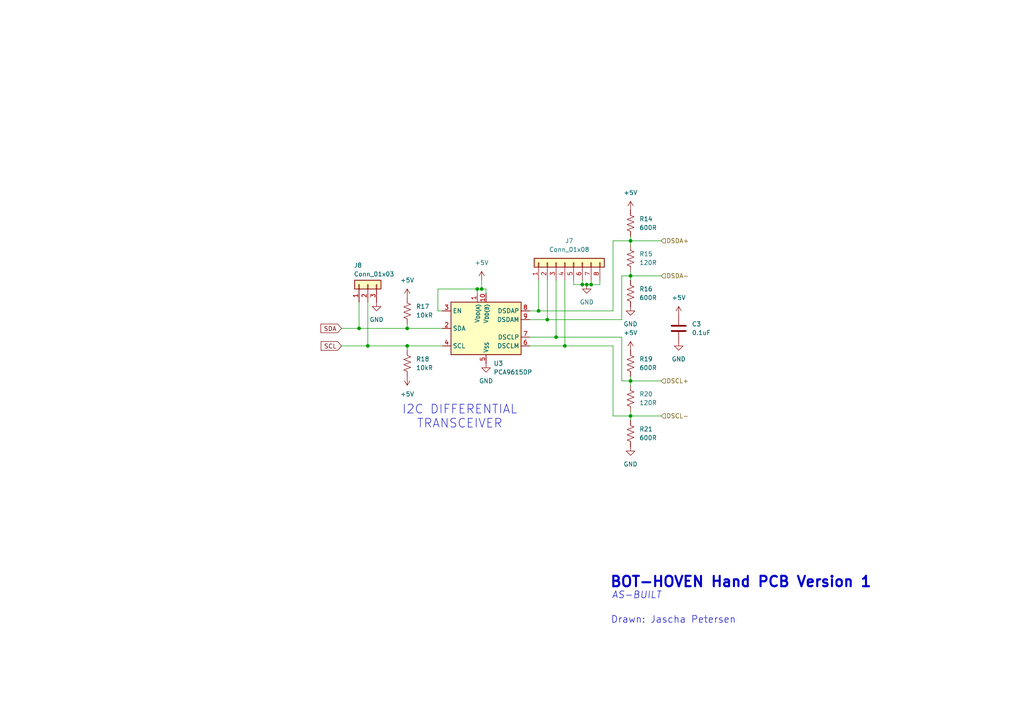
<source format=kicad_sch>
(kicad_sch (version 20231120) (generator "eeschema") (generator_version "8.0")
  (paper "A4")
  (title_block (title "Hand PCB Differential I2C"))
  (lib_symbols
    (symbol "Connector_Generic:Conn_01x03" (pin_names (offset 1.016) hide)
      (property "Reference" "J" (at 0 5.08 0))
      (property "Value" "Conn_01x03" (at 0 -5.08 0))
      (symbol "Conn_01x03_1_1"
        (rectangle (start -1.27 -2.413) (end 0 -2.667) (stroke (width 0.1524)))
        (rectangle (start -1.27 0.127) (end 0 -0.127) (stroke (width 0.1524)))
        (rectangle (start -1.27 2.667) (end 0 2.413) (stroke (width 0.1524)))
        (rectangle (start -1.27 3.81) (end 1.27 -3.81) (stroke (width 0.254)) (fill (type background)))
        (pin passive line (at -5.08 2.54 0) (length 3.81) (name "Pin_1") (number "1"))
        (pin passive line (at -5.08 0 0) (length 3.81) (name "Pin_2") (number "2"))
        (pin passive line (at -5.08 -2.54 0) (length 3.81) (name "Pin_3") (number "3"))
      )
    )
    (symbol "Connector_Generic:Conn_01x08" (pin_names (offset 1.016) hide)
      (property "Reference" "J" (at 0 10.16 0))
      (property "Value" "Conn_01x08" (at 0 -12.7 0))
      (symbol "Conn_01x08_1_1"
        (rectangle (start -1.27 -10.033) (end 0 -10.287) (stroke (width 0.1524)))
        (rectangle (start -1.27 -7.493) (end 0 -7.747) (stroke (width 0.1524)))
        (rectangle (start -1.27 -4.953) (end 0 -5.207) (stroke (width 0.1524)))
        (rectangle (start -1.27 -2.413) (end 0 -2.667) (stroke (width 0.1524)))
        (rectangle (start -1.27 0.127) (end 0 -0.127) (stroke (width 0.1524)))
        (rectangle (start -1.27 2.667) (end 0 2.413) (stroke (width 0.1524)))
        (rectangle (start -1.27 5.207) (end 0 4.953) (stroke (width 0.1524)))
        (rectangle (start -1.27 7.747) (end 0 7.493) (stroke (width 0.1524)))
        (rectangle (start -1.27 8.89) (end 1.27 -11.43) (stroke (width 0.254)) (fill (type background)))
        (pin passive line (at -5.08 7.62 0) (length 3.81) (name "Pin_1") (number "1"))
        (pin passive line (at -5.08 5.08 0) (length 3.81) (name "Pin_2") (number "2"))
        (pin passive line (at -5.08 2.54 0) (length 3.81) (name "Pin_3") (number "3"))
        (pin passive line (at -5.08 0 0) (length 3.81) (name "Pin_4") (number "4"))
        (pin passive line (at -5.08 -2.54 0) (length 3.81) (name "Pin_5") (number "5"))
        (pin passive line (at -5.08 -5.08 0) (length 3.81) (name "Pin_6") (number "6"))
        (pin passive line (at -5.08 -7.62 0) (length 3.81) (name "Pin_7") (number "7"))
        (pin passive line (at -5.08 -10.16 0) (length 3.81) (name "Pin_8") (number "8"))
      )
    )
    (symbol "Device:C" (pin_numbers hide) (pin_names (offset 0.254))
      (property "Reference" "C" (at 0.635 2.54 0))
      (property "Value" "C" (at 0.635 -2.54 0))
      (symbol "C_0_1"
        (polyline (pts (xy -2.032 -0.762) (xy 2.032 -0.762)) (stroke (width 0.508)))
        (polyline (pts (xy -2.032 0.762) (xy 2.032 0.762)) (stroke (width 0.508)))
      )
      (symbol "C_1_1"
        (pin passive line (at 0 3.81 270) (length 2.794) (name "~") (number "1"))
        (pin passive line (at 0 -3.81 90) (length 2.794) (name "~") (number "2"))
      )
    )
    (symbol "Device:R_US" (pin_numbers hide) (pin_names (offset 0))
      (property "Reference" "R" (at 2.54 0 90))
      (property "Value" "R_US" (at -2.54 0 90))
      (symbol "R_US_0_1"
        (polyline (pts (xy 0 -2.286) (xy 0 -2.54)))
        (polyline (pts (xy 0 2.286) (xy 0 2.54)))
        (polyline (pts (xy 0 -0.762) (xy 1.016 -1.143) (xy 0 -1.524) (xy -1.016 -1.905) (xy 0 -2.286)))
        (polyline (pts (xy 0 0.762) (xy 1.016 0.381) (xy 0 0) (xy -1.016 -0.381) (xy 0 -0.762)))
        (polyline (pts (xy 0 2.286) (xy 1.016 1.905) (xy 0 1.524) (xy -1.016 1.143) (xy 0 0.762)))
      )
      (symbol "R_US_1_1"
        (pin passive line (at 0 3.81 270) (length 1.27) (name "~") (number "1"))
        (pin passive line (at 0 -3.81 90) (length 1.27) (name "~") (number "2"))
      )
    )
    (symbol "Interface:PCA9615DP"
      (property "Reference" "U" (at -10.16 8.89 0))
      (property "Value" "PCA9615DP" (at 1.27 8.89 0))
      (symbol "PCA9615DP_0_1"
        (rectangle (start -10.16 7.62) (end 10.16 -7.62) (stroke (width 0.254)) (fill (type background)))
      )
      (symbol "PCA9615DP_1_1"
        (pin power_in line (at -2.54 10.16 270) (length 2.54) (name "V_{DD(A)}") (number "1"))
        (pin power_in line (at 0 10.16 270) (length 2.54) (name "V_{DD(B)}") (number "10"))
        (pin bidirectional line (at -12.7 0 0) (length 2.54) (name "SDA") (number "2"))
        (pin input line (at -12.7 5.08 0) (length 2.54) (name "EN") (number "3"))
        (pin bidirectional line (at -12.7 -5.08 0) (length 2.54) (name "SCL") (number "4"))
        (pin power_in line (at 0 -10.16 90) (length 2.54) (name "V_{SS}") (number "5"))
        (pin bidirectional line (at 12.7 -5.08 180) (length 2.54) (name "DSCLM") (number "6"))
        (pin bidirectional line (at 12.7 -2.54 180) (length 2.54) (name "DSCLP") (number "7"))
        (pin bidirectional line (at 12.7 5.08 180) (length 2.54) (name "DSDAP") (number "8"))
        (pin bidirectional line (at 12.7 2.54 180) (length 2.54) (name "DSDAM") (number "9"))
      )
    )
    (symbol "power:+5V" (power) (pin_numbers hide) (pin_names (offset 0) hide)
      (property "Value" "+5V" (at 0 3.556 0))
      (symbol "+5V_0_1"
        (polyline (pts (xy -0.762 1.27) (xy 0 2.54)))
        (polyline (pts (xy 0 0) (xy 0 2.54)))
        (polyline (pts (xy 0 2.54) (xy 0.762 1.27)))
      )
      (symbol "+5V_1_1"
        (pin power_in line (at 0 0 90) (length 0) (name "~") (number "1"))
      )
    )
    (symbol "power:GND" (power) (pin_numbers hide) (pin_names (offset 0) hide)
      (property "Value" "GND" (at 0 -3.81 0))
      (symbol "GND_0_1"
        (polyline (pts (xy 0 0) (xy 0 -1.27) (xy 1.27 -1.27) (xy 0 -2.54) (xy -1.27 -1.27) (xy 0 -1.27)))
      )
      (symbol "GND_1_1"
        (pin power_in line (at 0 0 270) (length 0) (name "~") (number "1"))
      )
    )
  )
  (junction (at 139.7 83.82))
  (junction (at 106.68 100.33))
  (junction (at 156.21 90.17))
  (junction (at 118.11 100.33))
  (junction (at 104.14 95.25))
  (junction (at 170.18 82.55))
  (junction (at 182.88 69.85))
  (junction (at 171.45 82.55))
  (junction (at 163.83 100.33))
  (junction (at 118.11 95.25))
  (junction (at 161.29 97.79))
  (junction (at 182.88 80.01))
  (junction (at 182.88 110.49))
  (junction (at 182.88 120.65))
  (junction (at 158.75 92.71))
  (junction (at 168.91 82.55))
  (junction (at 138.43 83.82))
  (wire (pts (xy 138.43 83.82) (xy 138.43 85.09)))
  (wire (pts (xy 168.91 82.55) (xy 166.37 82.55)))
  (wire (pts (xy 191.77 120.65) (xy 182.88 120.65)))
  (wire (pts (xy 182.88 110.49) (xy 182.88 111.76)))
  (wire (pts (xy 161.29 97.79) (xy 180.34 97.79)))
  (wire (pts (xy 177.8 100.33) (xy 177.8 120.65)))
  (wire (pts (xy 153.67 97.79) (xy 161.29 97.79)))
  (wire (pts (xy 177.8 90.17) (xy 156.21 90.17)))
  (wire (pts (xy 104.14 95.25) (xy 118.11 95.25)))
  (wire (pts (xy 138.43 83.82) (xy 127 83.82)))
  (wire (pts (xy 191.77 110.49) (xy 182.88 110.49)))
  (wire (pts (xy 191.77 80.01) (xy 182.88 80.01)))
  (wire (pts (xy 118.11 100.33) (xy 118.11 101.6)))
  (wire (pts (xy 158.75 92.71) (xy 180.34 92.71)))
  (wire (pts (xy 177.8 69.85) (xy 182.88 69.85)))
  (wire (pts (xy 106.68 87.63) (xy 106.68 100.33)))
  (wire (pts (xy 177.8 69.85) (xy 177.8 90.17)))
  (wire (pts (xy 177.8 120.65) (xy 182.88 120.65)))
  (wire (pts (xy 99.06 95.25) (xy 104.14 95.25)))
  (wire (pts (xy 182.88 80.01) (xy 182.88 81.28)))
  (wire (pts (xy 171.45 82.55) (xy 171.45 81.28)))
  (wire (pts (xy 153.67 100.33) (xy 163.83 100.33)))
  (wire (pts (xy 163.83 81.28) (xy 163.83 100.33)))
  (wire (pts (xy 182.88 80.01) (xy 180.34 80.01)))
  (wire (pts (xy 139.7 81.28) (xy 139.7 83.82)))
  (wire (pts (xy 168.91 82.55) (xy 168.91 81.28)))
  (wire (pts (xy 182.88 110.49) (xy 180.34 110.49)))
  (wire (pts (xy 118.11 100.33) (xy 128.27 100.33)))
  (wire (pts (xy 104.14 87.63) (xy 104.14 95.25)))
  (wire (pts (xy 191.77 69.85) (xy 182.88 69.85)))
  (wire (pts (xy 156.21 90.17) (xy 153.67 90.17)))
  (wire (pts (xy 170.18 82.55) (xy 168.91 82.55)))
  (wire (pts (xy 182.88 68.58) (xy 182.88 69.85)))
  (wire (pts (xy 182.88 109.22) (xy 182.88 110.49)))
  (wire (pts (xy 156.21 81.28) (xy 156.21 90.17)))
  (wire (pts (xy 163.83 100.33) (xy 177.8 100.33)))
  (wire (pts (xy 182.88 69.85) (xy 182.88 71.12)))
  (wire (pts (xy 127 83.82) (xy 127 90.17)))
  (wire (pts (xy 139.7 83.82) (xy 138.43 83.82)))
  (wire (pts (xy 106.68 100.33) (xy 118.11 100.33)))
  (wire (pts (xy 153.67 92.71) (xy 158.75 92.71)))
  (wire (pts (xy 180.34 97.79) (xy 180.34 110.49)))
  (wire (pts (xy 127 90.17) (xy 128.27 90.17)))
  (wire (pts (xy 170.18 82.55) (xy 171.45 82.55)))
  (wire (pts (xy 99.06 100.33) (xy 106.68 100.33)))
  (wire (pts (xy 182.88 119.38) (xy 182.88 120.65)))
  (wire (pts (xy 171.45 82.55) (xy 173.99 82.55)))
  (wire (pts (xy 180.34 92.71) (xy 180.34 80.01)))
  (wire (pts (xy 140.97 83.82) (xy 140.97 85.09)))
  (wire (pts (xy 118.11 93.98) (xy 118.11 95.25)))
  (wire (pts (xy 118.11 95.25) (xy 128.27 95.25)))
  (wire (pts (xy 161.29 81.28) (xy 161.29 97.79)))
  (wire (pts (xy 182.88 78.74) (xy 182.88 80.01)))
  (wire (pts (xy 182.88 120.65) (xy 182.88 121.92)))
  (wire (pts (xy 166.37 81.28) (xy 166.37 82.55)))
  (wire (pts (xy 158.75 81.28) (xy 158.75 92.71)))
  (wire (pts (xy 173.99 82.55) (xy 173.99 81.28)))
  (wire (pts (xy 139.7 83.82) (xy 140.97 83.82)))
  (text "AS-BUILT" (at 184.658 172.72 0) (effects (font (size 2 2) (italic yes))))
  (text "Drawn: Jascha Petersen" (at 195.326 179.832 0) (effects (font (size 2 2))))
  (text "BOT-HOVEN Hand PCB Version 1" (at 214.884 168.91 0) (effects (font (size 3 3) (thickness 0.6) (bold yes))))
  (text "I2C DIFFERENTIAL\nTRANSCEIVER\n" (at 133.35 120.904 0) (effects (font (size 2.54 2.54))))
  (global_label "SCL" (shape input) (at 99.06 100.33 180) (property "Intersheetrefs" "${INTERSHEET_REFS}" (effects (hide yes))))
  (global_label "SDA" (shape input) (at 99.06 95.25 180) (property "Intersheetrefs" "${INTERSHEET_REFS}" (effects (hide yes))))
  (hierarchical_label "DSCL-" (shape input) (at 191.77 120.65 0))
  (hierarchical_label "DSDA+" (shape input) (at 191.77 69.85 0))
  (hierarchical_label "DSDA-" (shape input) (at 191.77 80.01 0))
  (hierarchical_label "DSCL+" (shape input) (at 191.77 110.49 0))
  (symbol (lib_id "Device:R_US") (at 118.11 90.17 0) (unit 1)
    (property "Reference" "R17" (at 120.65 88.8999 0) (effects (justify left)))
    (property "Value" "10kR" (at 120.65 91.4399 0) (effects (justify left)))
    (property "Footprint" "Resistor_THT:R_Axial_DIN0207_L6.3mm_D2.5mm_P10.16mm_Horizontal" (effects (hide yes)))
    (property "Description" "Resistor, US symbol" (effects (hide yes)))
  )
  (symbol (lib_id "power:GND") (at 182.88 88.9 0) (unit 1)
    (property "Reference" "#PWR052" (effects (hide yes)))
    (property "Value" "GND" (at 182.88 93.98 0))
    (property "Description" "Power symbol creates a global label with name \"GND\" , ground" (effects (hide yes)))
  )
  (symbol (lib_id "power:GND") (at 140.97 105.41 0) (unit 1)
    (property "Reference" "#PWR056" (effects (hide yes)))
    (property "Value" "GND" (at 140.97 110.49 0))
    (property "Description" "Power symbol creates a global label with name \"GND\" , ground" (effects (hide yes)))
  )
  (symbol (lib_id "Device:R_US") (at 182.88 115.57 0) (unit 1)
    (property "Reference" "R20" (at 185.42 114.2999 0) (effects (justify left)))
    (property "Value" "120R" (at 185.42 116.8399 0) (effects (justify left)))
    (property "Footprint" "Resistor_THT:R_Axial_DIN0207_L6.3mm_D2.5mm_P10.16mm_Horizontal" (effects (hide yes)))
    (property "Description" "Resistor, US symbol" (effects (hide yes)))
  )
  (symbol (lib_id "power:+5V") (at 182.88 101.6 0) (unit 1)
    (property "Reference" "#PWR055" (effects (hide yes)))
    (property "Value" "+5V" (at 182.88 96.52 0))
    (property "Description" "Power symbol creates a global label with name \"+5V\"" (effects (hide yes)))
  )
  (symbol (lib_id "Device:R_US") (at 182.88 85.09 0) (unit 1)
    (property "Reference" "R16" (at 185.42 83.8199 0) (effects (justify left)))
    (property "Value" "600R" (at 185.42 86.3599 0) (effects (justify left)))
    (property "Footprint" "Resistor_THT:R_Axial_DIN0207_L6.3mm_D2.5mm_P10.16mm_Horizontal" (effects (hide yes)))
    (property "Description" "Resistor, US symbol" (effects (hide yes)))
  )
  (symbol (lib_id "power:GND") (at 109.22 87.63 0) (unit 1)
    (property "Reference" "#PWR051" (effects (hide yes)))
    (property "Value" "GND" (at 109.22 92.71 0))
    (property "Description" "Power symbol creates a global label with name \"GND\" , ground" (effects (hide yes)))
  )
  (symbol (lib_id "Device:R_US") (at 182.88 64.77 0) (unit 1)
    (property "Reference" "R14" (at 185.42 63.4999 0) (effects (justify left)))
    (property "Value" "600R" (at 185.42 66.0399 0) (effects (justify left)))
    (property "Footprint" "Resistor_THT:R_Axial_DIN0207_L6.3mm_D2.5mm_P10.16mm_Horizontal" (effects (hide yes)))
    (property "Description" "Resistor, US symbol" (effects (hide yes)))
  )
  (symbol (lib_id "power:GND") (at 182.88 129.54 0) (unit 1)
    (property "Reference" "#PWR058" (effects (hide yes)))
    (property "Value" "GND" (at 182.88 134.62 0))
    (property "Description" "Power symbol creates a global label with name \"GND\" , ground" (effects (hide yes)))
  )
  (symbol (lib_id "power:+5V") (at 196.85 91.44 0) (unit 1)
    (property "Reference" "#PWR053" (effects (hide yes)))
    (property "Value" "+5V" (at 196.85 86.36 0))
    (property "Description" "Power symbol creates a global label with name \"+5V\"" (effects (hide yes)))
  )
  (symbol (lib_id "Device:R_US") (at 182.88 74.93 0) (unit 1)
    (property "Reference" "R15" (at 185.42 73.6599 0) (effects (justify left)))
    (property "Value" "120R" (at 185.42 76.1999 0) (effects (justify left)))
    (property "Footprint" "Resistor_THT:R_Axial_DIN0207_L6.3mm_D2.5mm_P10.16mm_Horizontal" (effects (hide yes)))
    (property "Description" "Resistor, US symbol" (effects (hide yes)))
  )
  (symbol (lib_id "Device:C") (at 196.85 95.25 0) (unit 1)
    (property "Reference" "C3" (at 200.66 93.9799 0) (effects (justify left)))
    (property "Value" "0.1uF" (at 200.66 96.5199 0) (effects (justify left)))
    (property "Footprint" "Capacitor_THT:C_Disc_D3.4mm_W2.1mm_P2.50mm" (effects (hide yes)))
    (property "Description" "Unpolarized capacitor" (effects (hide yes)))
    (property "Digikey" "https://www.digikey.ca/en/products/detail/vishay-beyschlag-draloric-bc-components/K104K10X7RF5UH5/2356754" (effects (hide yes)))
  )
  (symbol (lib_id "power:+5V") (at 182.88 60.96 0) (unit 1)
    (property "Reference" "#PWR047" (effects (hide yes)))
    (property "Value" "+5V" (at 182.88 55.88 0))
    (property "Description" "Power symbol creates a global label with name \"+5V\"" (effects (hide yes)))
  )
  (symbol (lib_id "power:GND") (at 170.18 82.55 0) (unit 1)
    (property "Reference" "#PWR049" (effects (hide yes)))
    (property "Value" "GND" (at 170.18 87.63 0))
    (property "Description" "Power symbol creates a global label with name \"GND\" , ground" (effects (hide yes)))
  )
  (symbol (lib_id "Interface:PCA9615DP") (at 140.97 95.25 0) (unit 1)
    (property "Reference" "U3" (at 143.1641 105.41 0) (effects (justify left)))
    (property "Value" "PCA9615DP" (at 143.1641 107.95 0) (effects (justify left)))
    (property "Footprint" "Package_SO:TSSOP-10_3x3mm_P0.5mm" (effects (hide yes)))
    (property "Datasheet" "https://www.nxp.com/docs/en/data-sheet/PCA9615.pdf" (effects (hide yes)))
    (property "Description" "Dual bidirectional hot-swap multipoint bus buffer, SO-8" (effects (hide yes)))
    (property "Digikey" "https://www.digikey.ca/en/products/detail/nxp-usa-inc/PCA9615DPZ/14635231" (effects (hide yes)))
  )
  (symbol (lib_id "Device:R_US") (at 118.11 105.41 0) (unit 1)
    (property "Reference" "R18" (at 120.65 104.1399 0) (effects (justify left)))
    (property "Value" "10kR" (at 120.65 106.6799 0) (effects (justify left)))
    (property "Footprint" "Resistor_THT:R_Axial_DIN0207_L6.3mm_D2.5mm_P10.16mm_Horizontal" (effects (hide yes)))
    (property "Description" "Resistor, US symbol" (effects (hide yes)))
  )
  (symbol (lib_id "power:+5V") (at 139.7 81.28 0) (unit 1)
    (property "Reference" "#PWR048" (effects (hide yes)))
    (property "Value" "+5V" (at 139.7 76.2 0))
    (property "Description" "Power symbol creates a global label with name \"+5V\"" (effects (hide yes)))
  )
  (symbol (lib_id "Device:R_US") (at 182.88 105.41 0) (unit 1)
    (property "Reference" "R19" (at 185.42 104.1399 0) (effects (justify left)))
    (property "Value" "600R" (at 185.42 106.6799 0) (effects (justify left)))
    (property "Footprint" "Resistor_THT:R_Axial_DIN0207_L6.3mm_D2.5mm_P10.16mm_Horizontal" (effects (hide yes)))
    (property "Description" "Resistor, US symbol" (effects (hide yes)))
  )
  (symbol (lib_id "power:+5V") (at 118.11 86.36 0) (unit 1)
    (property "Reference" "#PWR050" (effects (hide yes)))
    (property "Value" "+5V" (at 118.11 81.28 0))
    (property "Description" "Power symbol creates a global label with name \"+5V\"" (effects (hide yes)))
  )
  (symbol (lib_id "Connector_Generic:Conn_01x03") (at 106.68 82.55 90) (unit 1)
    (property "Reference" "J8" (at 102.616 76.962 90) (effects (justify right)))
    (property "Value" "Conn_01x03" (at 102.616 79.502 90) (effects (justify right)))
    (property "Footprint" "Connector_PinHeader_2.54mm:PinHeader_1x03_P2.54mm_Vertical" (effects (hide yes)))
    (property "Description" "Generic connector, single row, 01x03, script generated (kicad-library-utils/schlib/autogen/connector/)" (effects (hide yes)))
  )
  (symbol (lib_id "power:GND") (at 196.85 99.06 0) (unit 1)
    (property "Reference" "#PWR054" (effects (hide yes)))
    (property "Value" "GND" (at 196.85 104.14 0))
    (property "Description" "Power symbol creates a global label with name \"GND\" , ground" (effects (hide yes)))
  )
  (symbol (lib_id "Connector_Generic:Conn_01x08") (at 163.83 76.2 90) (unit 1)
    (property "Reference" "J7" (at 165.1 69.85 90))
    (property "Value" "Conn_01x08" (at 165.1 72.39 90))
    (property "Footprint" "Connector_PinHeader_2.54mm:PinHeader_1x08_P2.54mm_Vertical" (effects (hide yes)))
    (property "Description" "Generic connector, single row, 01x08, script generated (kicad-library-utils/schlib/autogen/connector/)" (effects (hide yes)))
  )
  (symbol (lib_id "Device:R_US") (at 182.88 125.73 0) (unit 1)
    (property "Reference" "R21" (at 185.42 124.4599 0) (effects (justify left)))
    (property "Value" "600R" (at 185.42 126.9999 0) (effects (justify left)))
    (property "Footprint" "Resistor_THT:R_Axial_DIN0207_L6.3mm_D2.5mm_P10.16mm_Horizontal" (effects (hide yes)))
    (property "Description" "Resistor, US symbol" (effects (hide yes)))
  )
  (symbol (lib_id "power:+5V") (at 118.11 109.22 180) (unit 1)
    (property "Reference" "#PWR057" (effects (hide yes)))
    (property "Value" "+5V" (at 118.11 114.3 0))
    (property "Description" "Power symbol creates a global label with name \"+5V\"" (effects (hide yes)))
  )
)
</source>
